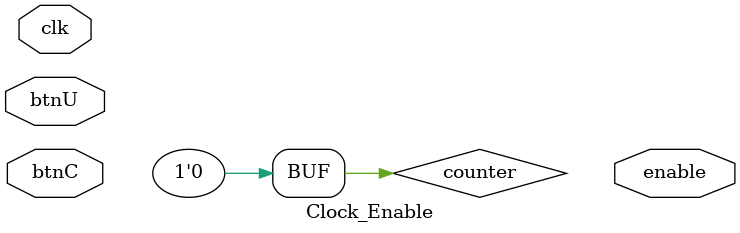
<source format=v>

module Clock_Enable(
	input clk,			// fundamental clock 100 MHz
	input btnU,			// button BTNU for 4Hz speed
	input btnC,			// button BTNC for pause
	output reg enable);	// output signal used to enable the reading of next memory data

// define reg threshold to allow 4hz or 1hz frequency


// define reg counter to be able to count to certain threshold value



initial
begin
	counter = 0;
end
	
	
// complete this always block by determining the enable output by counter, threshold and buttons 
always @(posedge clk)
begin
	
	
	
	
	
	
	
	
	
	
end
	
endmodule

</source>
